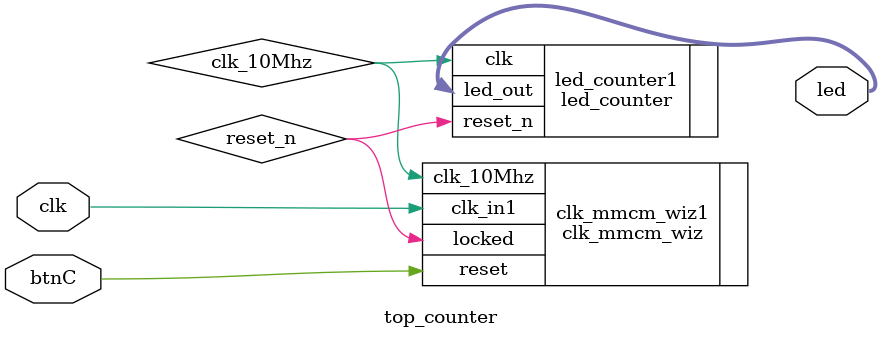
<source format=v>
`timescale 1ns / 1ps


module top_counter(
    input clk,     /* 100 MHz input clock */
    input btnC,    /* reset signal */
    output [15:0] led /* LED outputs */
);

/* top level signal declarations */
wire clk_10Mhz; /* 10 MHz clock signal */
wire reset_n;   /* locked output to be used as reset for the reset of the logic */

/* clock module converting 100 MHz input clock to 10 MHz output clock */
clk_mmcm_wiz clk_mmcm_wiz1
(
    // Clock out ports
    .clk_10Mhz(clk_10Mhz),  // output clk_10Mhz
    
    // Status and control signals
    .reset(btnC),           // input reset
    .locked(reset_n),       // output locked
    
    // Clock in ports
    .clk_in1(clk)           // input clk_in1
);

/* module updates led value at 1 Hz interval, rotates LED to left */
led_counter led_counter1
(
    .clk(clk_10Mhz),    // 10 MHz clock input
    .reset_n(reset_n),  // active low reset
    .led_out(led[15:0]) // LED output value
);

endmodule


</source>
